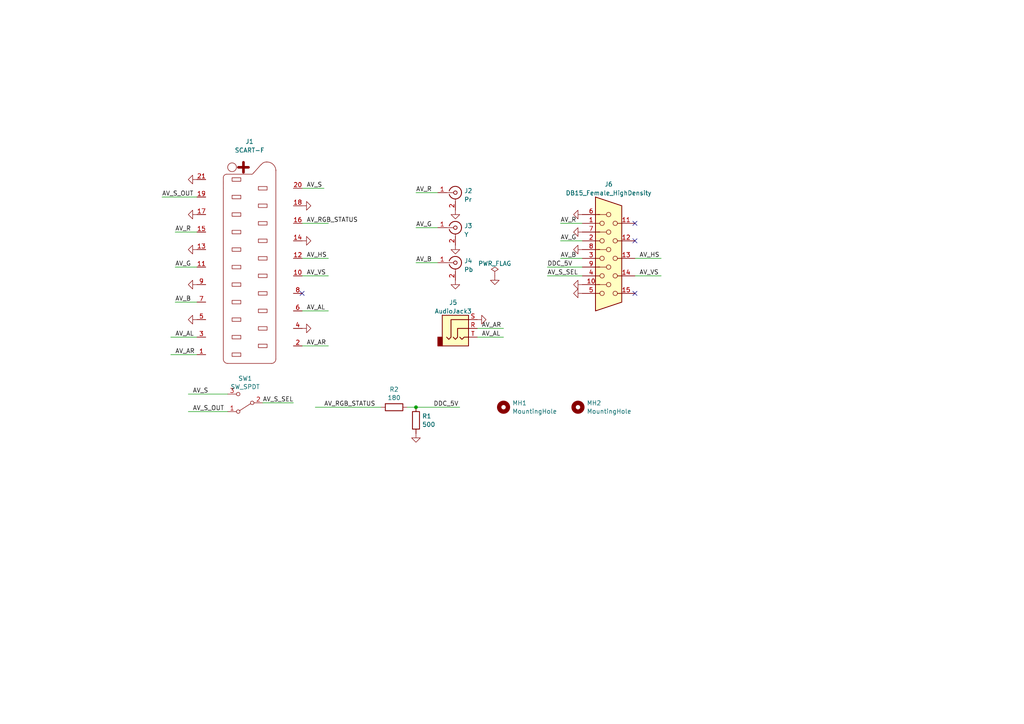
<source format=kicad_sch>
(kicad_sch (version 20230121) (generator eeschema)
  (paper "A4")
  (title_block (title "AV adapter") (date "2023-12-02") (rev "1.1"))
  (lib_symbols
    (symbol "Connector:AudioJack3"
      (property "Reference" "J" (at 0 8.89 0))
      (property "Value" "AudioJack3" (at 0 6.35 0))
      (symbol "AudioJack3_0_1"
        (rectangle (start -5.08 -5.08) (end -6.35 -2.54) (stroke (width 0.254)) (fill (type outline)))
        (polyline (pts (xy 0 -2.54) (xy 0.635 -3.175) (xy 1.27 -2.54) (xy 2.54 -2.54)) (stroke (width 0.254)))
        (polyline (pts (xy -1.905 -2.54) (xy -1.27 -3.175) (xy -0.635 -2.54) (xy -0.635 0) (xy 2.54 0)) (stroke (width 0.254)))
        (polyline (pts (xy 2.54 2.54) (xy -2.54 2.54) (xy -2.54 -2.54) (xy -3.175 -3.175) (xy -3.81 -2.54)) (stroke (width 0.254)))
        (rectangle (start 2.54 3.81) (end -5.08 -5.08) (stroke (width 0.254)) (fill (type background)))
      )
      (symbol "AudioJack3_1_1"
        (pin passive line (at 5.08 0 180) (length 2.54) (name "~") (number "R"))
        (pin passive line (at 5.08 2.54 180) (length 2.54) (name "~") (number "S"))
        (pin passive line (at 5.08 -2.54 180) (length 2.54) (name "~") (number "T"))
      )
    )
    (symbol "Connector:Conn_Coaxial" (pin_names (offset 1.016) hide)
      (property "Reference" "J" (at 0.254 3.048 0))
      (property "Value" "Conn_Coaxial" (at 2.921 0 90))
      (symbol "Conn_Coaxial_0_1"
        (arc (start -1.778 -0.508) (mid 0.2311 -1.8066) (end 1.778 0) (stroke (width 0.254)))
        (polyline (pts (xy -2.54 0) (xy -0.508 0)))
        (polyline (pts (xy 0 -2.54) (xy 0 -1.778)))
        (circle (center 0 0) (radius 0.508) (stroke (width 0.2032)))
        (arc (start 1.778 0) (mid 0.2099 1.8101) (end -1.778 0.508) (stroke (width 0.254)))
      )
      (symbol "Conn_Coaxial_1_1"
        (pin passive line (at -5.08 0 0) (length 2.54) (name "In") (number "1"))
        (pin passive line (at 0 -5.08 90) (length 2.54) (name "Ext") (number "2"))
      )
    )
    (symbol "Connector:DB15_Female_HighDensity" (pin_names (offset 1.016) hide)
      (property "Reference" "J" (at 0 21.59 0))
      (property "Value" "DB15_Female_HighDensity" (at 0 19.05 0))
      (symbol "DB15_Female_HighDensity_0_1"
        (circle (center -1.905 -10.16) (radius 0.635))
        (circle (center -1.905 -5.08) (radius 0.635))
        (circle (center -1.905 0) (radius 0.635))
        (circle (center -1.905 5.08) (radius 0.635))
        (circle (center -1.905 10.16) (radius 0.635))
        (circle (center 0 -7.62) (radius 0.635))
        (circle (center 0 -2.54) (radius 0.635))
        (polyline (pts (xy -3.175 7.62) (xy -0.635 7.62)))
        (polyline (pts (xy -0.635 -7.62) (xy -3.175 -7.62)))
        (polyline (pts (xy -0.635 -2.54) (xy -3.175 -2.54)))
        (polyline (pts (xy -0.635 2.54) (xy -3.175 2.54)))
        (polyline (pts (xy -0.635 12.7) (xy -3.175 12.7)))
        (polyline (pts (xy -3.81 17.78) (xy -3.81 -15.24) (xy 3.81 -12.7) (xy 3.81 15.24) (xy -3.81 17.78)) (stroke (width 0.254)) (fill (type background)))
        (circle (center 0 2.54) (radius 0.635))
        (circle (center 0 7.62) (radius 0.635))
        (circle (center 0 12.7) (radius 0.635))
        (circle (center 1.905 -10.16) (radius 0.635))
        (circle (center 1.905 -5.08) (radius 0.635))
        (circle (center 1.905 0) (radius 0.635))
        (circle (center 1.905 5.08) (radius 0.635))
        (circle (center 1.905 10.16) (radius 0.635))
      )
      (symbol "DB15_Female_HighDensity_1_1"
        (pin passive line (at -7.62 10.16 0) (length 5.08) (name "~") (number "1"))
        (pin passive line (at -7.62 -7.62 0) (length 5.08) (name "~") (number "10"))
        (pin passive line (at 7.62 10.16 180) (length 5.08) (name "~") (number "11"))
        (pin passive line (at 7.62 5.08 180) (length 5.08) (name "~") (number "12"))
        (pin passive line (at 7.62 0 180) (length 5.08) (name "~") (number "13"))
        (pin passive line (at 7.62 -5.08 180) (length 5.08) (name "~") (number "14"))
        (pin passive line (at 7.62 -10.16 180) (length 5.08) (name "~") (number "15"))
        (pin passive line (at -7.62 5.08 0) (length 5.08) (name "~") (number "2"))
        (pin passive line (at -7.62 0 0) (length 5.08) (name "~") (number "3"))
        (pin passive line (at -7.62 -5.08 0) (length 5.08) (name "~") (number "4"))
        (pin passive line (at -7.62 -10.16 0) (length 5.08) (name "~") (number "5"))
        (pin passive line (at -7.62 12.7 0) (length 5.08) (name "~") (number "6"))
        (pin passive line (at -7.62 7.62 0) (length 5.08) (name "~") (number "7"))
        (pin passive line (at -7.62 2.54 0) (length 5.08) (name "~") (number "8"))
        (pin passive line (at -7.62 -2.54 0) (length 5.08) (name "~") (number "9"))
      )
    )
    (symbol "Connector:SCART-F" (pin_names (offset 0.762) hide)
      (property "Reference" "J" (at 0 31.75 0))
      (property "Value" "SCART-F" (at 1.016 -29.21 0))
      (symbol "SCART-F_0_1"
        (arc (start -7.62 -26.67) (mid -7.248 -27.568) (end -6.35 -27.94))
        (arc (start -6.604 26.9494) (mid -7.3224 26.6518) (end -7.62 25.9334))
        (rectangle (start -5.08 -24.892) (end -2.54 -25.908))
        (rectangle (start -5.08 -19.812) (end -2.54 -20.828))
        (rectangle (start -5.08 -14.732) (end -2.54 -15.748))
        (rectangle (start -5.08 -9.652) (end -2.54 -10.668))
        (rectangle (start -5.08 -4.572) (end -2.54 -5.588))
        (rectangle (start -5.08 0.508) (end -2.54 -0.508))
        (rectangle (start -5.08 5.588) (end -2.54 4.572))
        (rectangle (start -5.08 10.668) (end -2.54 9.652))
        (rectangle (start -5.08 15.748) (end -2.54 14.732))
        (rectangle (start -5.08 20.828) (end -2.54 19.812))
        (rectangle (start -5.08 25.908) (end -2.54 24.892))
        (circle (center -5.08 28.956) (radius 1.27))
        (polyline (pts (xy -7.62 22.86) (xy -7.62 -26.67)))
        (polyline (pts (xy -7.62 22.86) (xy -7.62 24.13)))
        (polyline (pts (xy -7.62 24.6634) (xy -7.62 24.13)))
        (polyline (pts (xy -7.62 24.6634) (xy -7.62 25.9334)))
        (polyline (pts (xy -6.604 26.9494) (xy 0.508 26.9494)))
        (polyline (pts (xy -6.35 -27.94) (xy 6.35 -27.94)))
        (polyline (pts (xy 3.302 29.718) (xy 1.27 27.432)))
        (polyline (pts (xy 4.826 30.48) (xy 5.08 30.48)))
        (polyline (pts (xy 7.62 -26.67) (xy 7.62 28.2194)))
        (arc (start 0.508 26.924) (mid 0.9569 27.0702) (end 1.2192 27.4574))
        (rectangle (start 2.54 -22.352) (end 5.08 -23.368))
        (rectangle (start 2.54 -17.272) (end 5.08 -18.288))
        (rectangle (start 2.54 -12.192) (end 5.08 -13.208))
        (rectangle (start 2.54 -7.112) (end 5.08 -8.128))
        (rectangle (start 2.54 -2.032) (end 5.08 -3.048))
        (rectangle (start 2.54 3.048) (end 5.08 2.032))
        (rectangle (start 2.54 8.128) (end 5.08 7.112))
        (rectangle (start 2.54 13.208) (end 5.08 12.192))
        (rectangle (start 2.54 18.288) (end 5.08 17.272))
        (rectangle (start 2.54 23.368) (end 5.08 22.352))
        (arc (start 4.826 30.48) (mid 3.999 30.2726) (end 3.3782 29.6926))
        (arc (start 6.35 -27.94) (mid 7.248 -27.568) (end 7.62 -26.67))
        (arc (start 7.62 27.94) (mid 6.8761 29.7361) (end 5.08 30.48))
        (text "+" (at -1.778 29.21 0) (effects (font (size 3.81 3.81) bold)))
      )
      (symbol "SCART-F_1_1"
        (pin passive line (at -15.24 -25.4 0) (length 2.54) (name "P1") (number "1"))
        (pin passive line (at 15.24 -2.54 180) (length 2.54) (name "P10") (number "10"))
        (pin passive line (at -15.24 0 0) (length 2.54) (name "P11") (number "11"))
        (pin passive line (at 15.24 2.54 180) (length 2.54) (name "P12") (number "12"))
        (pin passive line (at -15.24 5.08 0) (length 2.54) (name "P13") (number "13"))
        (pin passive line (at 15.24 7.62 180) (length 2.54) (name "P14") (number "14"))
        (pin passive line (at -15.24 10.16 0) (length 2.54) (name "P15") (number "15"))
        (pin passive line (at 15.24 12.7 180) (length 2.54) (name "P16") (number "16"))
        (pin passive line (at -15.24 15.24 0) (length 2.54) (name "P17") (number "17"))
        (pin passive line (at 15.24 17.78 180) (length 2.54) (name "P18") (number "18"))
        (pin passive line (at -15.24 20.32 0) (length 2.54) (name "P19") (number "19"))
        (pin passive line (at 15.24 -22.86 180) (length 2.54) (name "P2") (number "2"))
        (pin passive line (at 15.24 22.86 180) (length 2.54) (name "P20") (number "20"))
        (pin passive line (at -15.24 25.4 0) (length 2.54) (name "P21") (number "21"))
        (pin passive line (at -15.24 -20.32 0) (length 2.54) (name "P3") (number "3"))
        (pin passive line (at 15.24 -17.78 180) (length 2.54) (name "P4") (number "4"))
        (pin passive line (at -15.24 -15.24 0) (length 2.54) (name "P5") (number "5"))
        (pin passive line (at 15.24 -12.7 180) (length 2.54) (name "P6") (number "6"))
        (pin passive line (at -15.24 -10.16 0) (length 2.54) (name "P7") (number "7"))
        (pin passive line (at 15.24 -7.62 180) (length 2.54) (name "P8") (number "8"))
        (pin passive line (at -15.24 -5.08 0) (length 2.54) (name "P9") (number "9"))
      )
    )
    (symbol "Device:R" (pin_numbers hide) (pin_names (offset 0))
      (property "Reference" "R" (at 2.032 0 90))
      (property "Value" "R" (at 0 0 90))
      (symbol "R_0_1"
        (rectangle (start -1.016 -2.54) (end 1.016 2.54) (stroke (width 0.254)))
      )
      (symbol "R_1_1"
        (pin passive line (at 0 3.81 270) (length 1.27) (name "~") (number "1"))
        (pin passive line (at 0 -3.81 90) (length 1.27) (name "~") (number "2"))
      )
    )
    (symbol "Mechanical:MountingHole" (pin_names (offset 1.016))
      (property "Reference" "H" (at 0 5.08 0))
      (property "Value" "MountingHole" (at 0 3.175 0))
      (symbol "MountingHole_0_1"
        (circle (center 0 0) (radius 1.27) (stroke (width 1.27)))
      )
    )
    (symbol "Switch:SW_SPDT" (pin_names (offset 0) hide)
      (property "Reference" "SW" (at 0 4.318 0))
      (property "Value" "SW_SPDT" (at 0 -5.08 0))
      (symbol "SW_SPDT_0_0"
        (circle (center -2.032 0) (radius 0.508))
        (circle (center 2.032 -2.54) (radius 0.508))
      )
      (symbol "SW_SPDT_0_1"
        (polyline (pts (xy -1.524 0.254) (xy 1.651 2.286)))
        (circle (center 2.032 2.54) (radius 0.508))
      )
      (symbol "SW_SPDT_1_1"
        (pin passive line (at 5.08 2.54 180) (length 2.54) (name "A") (number "1"))
        (pin passive line (at -5.08 0 0) (length 2.54) (name "B") (number "2"))
        (pin passive line (at 5.08 -2.54 180) (length 2.54) (name "C") (number "3"))
      )
    )
    (symbol "power:GND" (power) (pin_names (offset 0))
      (property "Value" "GND" (at 0 -3.81 0))
      (symbol "GND_0_1"
        (polyline (pts (xy 0 0) (xy 0 -1.27) (xy 1.27 -1.27) (xy 0 -2.54) (xy -1.27 -1.27) (xy 0 -1.27)))
      )
      (symbol "GND_1_1"
        (pin power_in line (at 0 0 270) (length 0) hide (name "GND") (number "1"))
      )
    )
    (symbol "power:PWR_FLAG" (power) (pin_numbers hide) (pin_names (offset 0) hide)
      (property "Value" "PWR_FLAG" (at 0 3.81 0))
      (symbol "PWR_FLAG_0_0"
        (pin power_out line (at 0 0 90) (length 0) (name "pwr") (number "1"))
      )
      (symbol "PWR_FLAG_0_1"
        (polyline (pts (xy 0 0) (xy 0 1.27) (xy -1.016 1.905) (xy 0 2.54) (xy 1.016 1.905) (xy 0 1.27)))
      )
    )
  )
  (junction (at 120.65 118.11))
  (no_connect (at 184.15 64.77))
  (no_connect (at 184.15 69.85))
  (no_connect (at 184.15 85.09))
  (no_connect (at 87.63 85.09))
  (wire (pts (xy 120.65 76.2) (xy 127 76.2)))
  (wire (pts (xy 138.43 95.25) (xy 146.05 95.25)))
  (wire (pts (xy 138.43 97.79) (xy 146.05 97.79)))
  (wire (pts (xy 158.75 77.47) (xy 168.91 77.47)))
  (wire (pts (xy 54.61 114.3) (xy 66.04 114.3)))
  (wire (pts (xy 120.65 55.88) (xy 127 55.88)))
  (wire (pts (xy 87.63 80.01) (xy 95.25 80.01)))
  (wire (pts (xy 87.63 100.33) (xy 95.25 100.33)))
  (wire (pts (xy 184.15 80.01) (xy 191.77 80.01)))
  (wire (pts (xy 49.53 97.79) (xy 57.15 97.79)))
  (wire (pts (xy 162.56 64.77) (xy 168.91 64.77)))
  (wire (pts (xy 158.75 80.01) (xy 168.91 80.01)))
  (wire (pts (xy 49.53 102.87) (xy 57.15 102.87)))
  (wire (pts (xy 87.63 90.17) (xy 95.25 90.17)))
  (wire (pts (xy 91.44 118.11) (xy 110.49 118.11)))
  (wire (pts (xy 87.63 64.77) (xy 95.25 64.77)))
  (wire (pts (xy 120.65 66.04) (xy 127 66.04)))
  (wire (pts (xy 162.56 74.93) (xy 168.91 74.93)))
  (wire (pts (xy 87.63 54.61) (xy 93.98 54.61)))
  (wire (pts (xy 50.8 67.31) (xy 57.15 67.31)))
  (wire (pts (xy 162.56 69.85) (xy 168.91 69.85)))
  (wire (pts (xy 46.99 57.15) (xy 57.15 57.15)))
  (wire (pts (xy 50.8 77.47) (xy 57.15 77.47)))
  (wire (pts (xy 54.61 119.38) (xy 66.04 119.38)))
  (wire (pts (xy 184.15 74.93) (xy 191.77 74.93)))
  (wire (pts (xy 76.2 116.84) (xy 85.09 116.84)))
  (wire (pts (xy 120.65 118.11) (xy 133.35 118.11)))
  (wire (pts (xy 50.8 87.63) (xy 57.15 87.63)))
  (wire (pts (xy 87.63 74.93) (xy 95.25 74.93)))
  (wire (pts (xy 118.11 118.11) (xy 120.65 118.11)))
  (label "AV_S_SEL" (at 158.75 80.01 0))
  (label "AV_AL" (at 139.7 97.79 0))
  (label "AV_B" (at 162.56 74.93 0))
  (label "DDC_5V" (at 125.73 118.11 0))
  (label "AV_AR" (at 139.7 95.25 0))
  (label "AV_S_SEL" (at 76.2 116.84 0))
  (label "AV_S_OUT" (at 55.88 119.38 0))
  (label "AV_AL" (at 88.9 90.17 0))
  (label "AV_HS" (at 185.42 74.93 0))
  (label "AV_S" (at 55.88 114.3 0))
  (label "AV_RGB_STATUS" (at 93.98 118.11 0))
  (label "AV_HS" (at 88.9 74.93 0))
  (label "AV_S_OUT" (at 46.99 57.15 0))
  (label "AV_G" (at 120.65 66.04 0))
  (label "AV_R" (at 50.8 67.31 0))
  (label "AV_R" (at 120.65 55.88 0))
  (label "AV_VS" (at 185.42 80.01 0))
  (label "AV_VS" (at 88.9 80.01 0))
  (label "AV_S" (at 88.9 54.61 0))
  (label "AV_B" (at 50.8 87.63 0))
  (label "AV_AL" (at 50.8 97.79 0))
  (label "AV_RGB_STATUS" (at 88.9 64.77 0))
  (label "AV_G" (at 50.8 77.47 0))
  (label "AV_AR" (at 50.8 102.87 0))
  (label "AV_B" (at 120.65 76.2 0))
  (label "AV_AR" (at 88.9 100.33 0))
  (label "AV_G" (at 162.56 69.85 0))
  (label "DDC_5V" (at 158.75 77.47 0))
  (label "AV_R" (at 162.56 64.77 0))
  (symbol (lib_id "power:GND") (at 168.91 67.31 270) (unit 1)
    (property "Reference" "#PWR014" (effects hide))
    (property "Value" "GND" (effects hide))
  )
  (symbol (lib_id "power:GND") (at 138.43 92.71 90) (unit 1)
    (property "Reference" "#PWR012" (effects hide))
    (property "Value" "GND" (effects hide))
  )
  (symbol (lib_id "power:GND") (at 168.91 82.55 270) (unit 1)
    (property "Reference" "#PWR016" (effects hide))
    (property "Value" "GND" (effects hide))
  )
  (symbol (lib_id "power:GND") (at 132.08 60.96 0) (unit 1)
    (property "Reference" "#PWR09" (effects hide))
    (property "Value" "GND" (effects hide))
  )
  (symbol (lib_id "Connector:Conn_Coaxial") (at 132.08 55.88 0) (unit 1)
    (property "Reference" "J2" (at 134.62 55.3385 0) (effects (justify left)))
    (property "Value" "Pr" (at 134.62 57.8754 0) (effects (justify left)))
    (property "Footprint" "custom_components:CUI_RCJ-022" (effects hide))
    (property "Datasheet" " ~" (effects hide))
  )
  (symbol (lib_id "Connector:Conn_Coaxial") (at 132.08 76.2 0) (unit 1)
    (property "Reference" "J4" (at 134.62 75.6585 0) (effects (justify left)))
    (property "Value" "Pb" (at 134.62 78.1954 0) (effects (justify left)))
    (property "Footprint" "custom_components:CUI_RCJ-022" (effects hide))
    (property "Datasheet" " ~" (effects hide))
  )
  (symbol (lib_id "Connector:Conn_Coaxial") (at 132.08 66.04 0) (unit 1)
    (property "Reference" "J3" (at 134.62 65.4985 0) (effects (justify left)))
    (property "Value" "Y" (at 134.62 68.0354 0) (effects (justify left)))
    (property "Footprint" "custom_components:CUI_RCJ-022" (effects hide))
    (property "Datasheet" " ~" (effects hide))
  )
  (symbol (lib_id "power:GND") (at 168.91 72.39 270) (unit 1)
    (property "Reference" "#PWR015" (effects hide))
    (property "Value" "GND" (effects hide))
  )
  (symbol (lib_id "power:GND") (at 120.65 125.73 0) (unit 1)
    (property "Reference" "#PWR018" (effects hide))
    (property "Value" "GND" (effects hide))
  )
  (symbol (lib_id "power:GND") (at 87.63 69.85 90) (unit 1)
    (property "Reference" "#PWR07" (effects hide))
    (property "Value" "GND" (effects hide))
  )
  (symbol (lib_id "power:GND") (at 87.63 59.69 90) (unit 1)
    (property "Reference" "#PWR06" (effects hide))
    (property "Value" "GND" (effects hide))
  )
  (symbol (lib_id "power:GND") (at 57.15 52.07 270) (unit 1)
    (property "Reference" "#PWR01" (effects hide))
    (property "Value" "GND" (effects hide))
  )
  (symbol (lib_id "power:GND") (at 143.51 80.01 0) (unit 1)
    (property "Reference" "#PWR0101" (effects hide))
    (property "Value" "GND" (effects hide))
  )
  (symbol (lib_id "Device:R") (at 120.65 121.92 0) (unit 1)
    (property "Reference" "R1" (at 122.428 120.7079 0) (effects (justify left)))
    (property "Value" "500" (at 122.428 123.1321 0) (effects (justify left)))
    (property "Footprint" "custom_components:SM0603_Resistor_libcms" (effects hide))
  )
  (symbol (lib_id "power:GND") (at 132.08 71.12 0) (unit 1)
    (property "Reference" "#PWR010" (effects hide))
    (property "Value" "GND" (effects hide))
  )
  (symbol (lib_id "Switch:SW_SPDT") (at 71.12 116.84 180) (unit 1)
    (property "Reference" "SW1" (at 71.12 109.7747 0))
    (property "Value" "SW_SPDT" (at 71.12 112.1989 0))
    (property "Footprint" "custom_components:SWITCH_11MA1QS1" (effects hide))
  )
  (symbol (lib_id "Connector:SCART-F") (at 72.39 77.47 0) (unit 1)
    (property "Reference" "J1" (at 72.39 41.0486 0))
    (property "Value" "SCART-F" (at 72.39 43.5855 0))
    (property "Footprint" "custom_components:SCART_CONN" (effects hide))
    (property "Datasheet" " ~" (effects hide))
  )
  (symbol (lib_id "power:GND") (at 132.08 81.28 0) (unit 1)
    (property "Reference" "#PWR011" (effects hide))
    (property "Value" "GND" (effects hide))
  )
  (symbol (lib_id "power:GND") (at 168.91 62.23 270) (unit 1)
    (property "Reference" "#PWR013" (effects hide))
    (property "Value" "GND" (effects hide))
  )
  (symbol (lib_id "Connector:DB15_Female_HighDensity") (at 176.53 74.93 0) (unit 1)
    (property "Reference" "J6" (at 176.53 53.4502 0))
    (property "Value" "DB15_Female_HighDensity" (at 176.53 55.9871 0))
    (property "Footprint" "custom_components:VGA_CONN" (effects hide))
    (property "Datasheet" " ~" (effects hide))
  )
  (symbol (lib_id "power:GND") (at 57.15 62.23 270) (unit 1)
    (property "Reference" "#PWR02" (effects hide))
    (property "Value" "GND" (effects hide))
  )
  (symbol (lib_id "power:GND") (at 57.15 72.39 270) (unit 1)
    (property "Reference" "#PWR03" (effects hide))
    (property "Value" "GND" (effects hide))
  )
  (symbol (lib_id "Connector:AudioJack3") (at 133.35 95.25 0) (unit 1)
    (property "Reference" "J5" (at 131.445 87.7402 0))
    (property "Value" "AudioJack3" (at 131.445 90.2771 0))
    (property "Footprint" "Connector_Audio:Jack_3.5mm_CUI_SJ1-3533NG_Horizontal" (effects hide))
  )
  (symbol (lib_id "power:GND") (at 57.15 92.71 270) (unit 1)
    (property "Reference" "#PWR05" (effects hide))
    (property "Value" "GND" (effects hide))
  )
  (symbol (lib_id "Device:R") (at 114.3 118.11 90) (unit 1)
    (property "Reference" "R2" (at 114.3 112.9497 90))
    (property "Value" "180" (at 114.3 115.3739 90))
    (property "Footprint" "custom_components:SM0603_Resistor_libcms" (effects hide))
  )
  (symbol (lib_id "power:GND") (at 57.15 82.55 270) (unit 1)
    (property "Reference" "#PWR04" (effects hide))
    (property "Value" "GND" (effects hide))
  )
  (symbol (lib_id "Mechanical:MountingHole") (at 167.64 118.11 0) (unit 1) (in_bom no)
    (property "Reference" "MH2" (at 170.18 116.8979 0) (effects (justify left)))
    (property "Value" "MountingHole" (at 170.18 119.3221 0) (effects (justify left)))
    (property "Footprint" "MountingHole:MountingHole_3.2mm_M3_ISO14580_Pad" (effects hide))
  )
  (symbol (lib_id "power:PWR_FLAG") (at 143.51 80.01 0) (unit 1)
    (property "Reference" "#FLG0101" (effects hide))
    (property "Value" "PWR_FLAG" (at 143.51 76.4342 0))
  )
  (symbol (lib_id "power:GND") (at 168.91 85.09 270) (unit 1)
    (property "Reference" "#PWR017" (effects hide))
    (property "Value" "GND" (effects hide))
  )
  (symbol (lib_id "power:GND") (at 87.63 95.25 90) (unit 1)
    (property "Reference" "#PWR08" (effects hide))
    (property "Value" "GND" (effects hide))
  )
  (symbol (lib_id "Mechanical:MountingHole") (at 146.05 118.11 0) (unit 1) (in_bom no)
    (property "Reference" "MH1" (at 148.59 116.8979 0) (effects (justify left)))
    (property "Value" "MountingHole" (at 148.59 119.3221 0) (effects (justify left)))
    (property "Footprint" "MountingHole:MountingHole_3.2mm_M3_ISO14580_Pad" (effects hide))
  )
)
</source>
